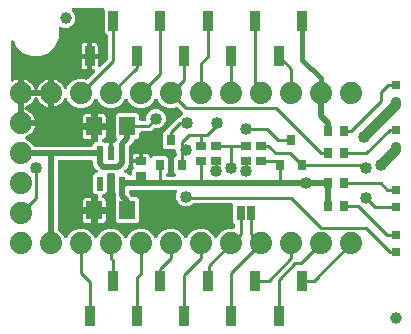
<source format=gbr>
G04 EAGLE Gerber RS-274X export*
G75*
%MOMM*%
%FSLAX34Y34*%
%LPD*%
%INTop Copper*%
%IPPOS*%
%AMOC8*
5,1,8,0,0,1.08239X$1,22.5*%
G01*
%ADD10R,0.700000X0.900000*%
%ADD11R,0.800000X0.800000*%
%ADD12C,1.000000*%
%ADD13R,0.850000X1.700000*%
%ADD14R,0.550000X1.200000*%
%ADD15R,1.400000X1.600000*%
%ADD16R,0.900000X0.700000*%
%ADD17C,1.879600*%
%ADD18R,0.635000X1.270000*%
%ADD19R,0.800000X0.900000*%
%ADD20C,1.016000*%
%ADD21C,0.812800*%
%ADD22C,0.254000*%
%ADD23C,0.508000*%
%ADD24C,0.406400*%

G36*
X142622Y132600D02*
X142622Y132600D01*
X142722Y132602D01*
X142795Y132620D01*
X142868Y132629D01*
X142963Y132662D01*
X143060Y132687D01*
X143127Y132721D01*
X143197Y132746D01*
X143281Y132801D01*
X143370Y132847D01*
X143427Y132895D01*
X143489Y132935D01*
X143559Y133007D01*
X143636Y133072D01*
X143680Y133132D01*
X143732Y133186D01*
X143783Y133272D01*
X143843Y133353D01*
X143872Y133421D01*
X143910Y133485D01*
X143941Y133581D01*
X143981Y133673D01*
X143994Y133746D01*
X144017Y133817D01*
X144025Y133917D01*
X144042Y134016D01*
X144039Y134090D01*
X144045Y134164D01*
X144030Y134264D01*
X144025Y134364D01*
X144004Y134435D01*
X143993Y134509D01*
X143956Y134602D01*
X143928Y134699D01*
X143892Y134764D01*
X143864Y134833D01*
X143807Y134915D01*
X143758Y135003D01*
X143693Y135079D01*
X143665Y135119D01*
X143639Y135143D01*
X143599Y135189D01*
X142151Y136637D01*
X142151Y148163D01*
X144208Y150219D01*
X144325Y150295D01*
X144343Y150314D01*
X144365Y150329D01*
X144464Y150439D01*
X144567Y150546D01*
X144581Y150568D01*
X144598Y150588D01*
X144670Y150718D01*
X144746Y150845D01*
X144754Y150870D01*
X144767Y150893D01*
X144807Y151036D01*
X144852Y151177D01*
X144854Y151203D01*
X144862Y151228D01*
X144881Y151472D01*
X144881Y151547D01*
X144881Y151549D01*
X144881Y151552D01*
X144862Y151717D01*
X144841Y151894D01*
X144841Y151896D01*
X144840Y151898D01*
X144765Y152130D01*
X144271Y153323D01*
X144271Y154328D01*
X144268Y154354D01*
X144270Y154380D01*
X144248Y154527D01*
X144231Y154674D01*
X144223Y154699D01*
X144219Y154725D01*
X144164Y154863D01*
X144114Y155002D01*
X144100Y155024D01*
X144090Y155049D01*
X144005Y155170D01*
X143925Y155295D01*
X143906Y155313D01*
X143891Y155335D01*
X143781Y155434D01*
X143674Y155537D01*
X143652Y155551D01*
X143632Y155568D01*
X143502Y155640D01*
X143375Y155716D01*
X143350Y155724D01*
X143327Y155737D01*
X143184Y155777D01*
X143043Y155822D01*
X143017Y155824D01*
X142992Y155832D01*
X142748Y155851D01*
X134437Y155851D01*
X132651Y157637D01*
X132651Y169163D01*
X134708Y171219D01*
X134825Y171295D01*
X134843Y171314D01*
X134865Y171329D01*
X134964Y171439D01*
X135067Y171546D01*
X135081Y171568D01*
X135098Y171588D01*
X135170Y171718D01*
X135230Y171817D01*
X145531Y182119D01*
X145862Y182119D01*
X145988Y182133D01*
X146114Y182140D01*
X146160Y182153D01*
X146208Y182159D01*
X146327Y182201D01*
X146449Y182236D01*
X146491Y182260D01*
X146536Y182276D01*
X146643Y182345D01*
X146753Y182406D01*
X146799Y182446D01*
X146829Y182465D01*
X146863Y182500D01*
X146939Y182565D01*
X149065Y184691D01*
X149106Y184708D01*
X149237Y184781D01*
X149371Y184850D01*
X149389Y184866D01*
X149410Y184877D01*
X149522Y184978D01*
X149636Y185076D01*
X149651Y185095D01*
X149669Y185111D01*
X149754Y185235D01*
X149844Y185356D01*
X149853Y185378D01*
X149867Y185398D01*
X149922Y185538D01*
X149982Y185676D01*
X149986Y185700D01*
X149995Y185722D01*
X150017Y185871D01*
X150043Y186019D01*
X150042Y186043D01*
X150045Y186067D01*
X150033Y186217D01*
X150025Y186367D01*
X150019Y186390D01*
X150017Y186414D01*
X149970Y186557D01*
X149929Y186702D01*
X149917Y186723D01*
X149910Y186746D01*
X149832Y186875D01*
X149759Y187006D01*
X149740Y187028D01*
X149730Y187045D01*
X149697Y187078D01*
X149600Y187192D01*
X145627Y191165D01*
X145567Y191213D01*
X145514Y191267D01*
X145431Y191321D01*
X145354Y191382D01*
X145285Y191414D01*
X145221Y191456D01*
X145128Y191489D01*
X145039Y191531D01*
X144965Y191547D01*
X144892Y191572D01*
X144794Y191583D01*
X144698Y191604D01*
X144622Y191603D01*
X144546Y191611D01*
X144448Y191600D01*
X144350Y191598D01*
X144276Y191579D01*
X144200Y191570D01*
X144058Y191525D01*
X144012Y191513D01*
X143995Y191504D01*
X143967Y191495D01*
X142176Y190753D01*
X137224Y190753D01*
X132649Y192648D01*
X129148Y196149D01*
X128407Y197938D01*
X128359Y198026D01*
X128318Y198118D01*
X128274Y198178D01*
X128238Y198243D01*
X128171Y198317D01*
X128111Y198398D01*
X128054Y198446D01*
X128004Y198501D01*
X127921Y198558D01*
X127845Y198623D01*
X127778Y198657D01*
X127717Y198699D01*
X127624Y198736D01*
X127534Y198782D01*
X127462Y198800D01*
X127393Y198827D01*
X127294Y198842D01*
X127196Y198866D01*
X127122Y198867D01*
X127048Y198878D01*
X126948Y198869D01*
X126848Y198871D01*
X126775Y198855D01*
X126701Y198849D01*
X126605Y198818D01*
X126507Y198797D01*
X126440Y198765D01*
X126369Y198742D01*
X126283Y198690D01*
X126192Y198647D01*
X126134Y198600D01*
X126071Y198562D01*
X125999Y198492D01*
X125920Y198429D01*
X125874Y198371D01*
X125821Y198319D01*
X125766Y198235D01*
X125704Y198156D01*
X125658Y198066D01*
X125632Y198026D01*
X125620Y197992D01*
X125593Y197938D01*
X124852Y196149D01*
X121351Y192648D01*
X116776Y190753D01*
X111824Y190753D01*
X107249Y192648D01*
X103748Y196149D01*
X103007Y197938D01*
X102959Y198026D01*
X102918Y198118D01*
X102874Y198178D01*
X102838Y198243D01*
X102771Y198317D01*
X102711Y198398D01*
X102654Y198446D01*
X102604Y198501D01*
X102521Y198558D01*
X102445Y198623D01*
X102378Y198657D01*
X102317Y198699D01*
X102224Y198736D01*
X102134Y198782D01*
X102062Y198800D01*
X101993Y198827D01*
X101894Y198842D01*
X101796Y198866D01*
X101722Y198867D01*
X101648Y198878D01*
X101548Y198869D01*
X101448Y198871D01*
X101375Y198855D01*
X101301Y198849D01*
X101205Y198818D01*
X101107Y198797D01*
X101040Y198765D01*
X100969Y198742D01*
X100883Y198690D01*
X100792Y198647D01*
X100734Y198600D01*
X100671Y198562D01*
X100599Y198492D01*
X100520Y198429D01*
X100474Y198371D01*
X100421Y198319D01*
X100366Y198235D01*
X100304Y198156D01*
X100258Y198066D01*
X100232Y198026D01*
X100220Y197992D01*
X100193Y197938D01*
X99452Y196149D01*
X95951Y192648D01*
X91376Y190753D01*
X86424Y190753D01*
X81849Y192648D01*
X78348Y196149D01*
X77607Y197938D01*
X77559Y198026D01*
X77518Y198118D01*
X77474Y198178D01*
X77438Y198243D01*
X77371Y198317D01*
X77311Y198398D01*
X77254Y198446D01*
X77204Y198501D01*
X77121Y198558D01*
X77045Y198623D01*
X76978Y198657D01*
X76917Y198699D01*
X76824Y198736D01*
X76734Y198782D01*
X76662Y198800D01*
X76593Y198827D01*
X76494Y198842D01*
X76396Y198866D01*
X76322Y198867D01*
X76248Y198878D01*
X76148Y198869D01*
X76048Y198871D01*
X75975Y198855D01*
X75901Y198849D01*
X75805Y198818D01*
X75707Y198797D01*
X75640Y198765D01*
X75569Y198742D01*
X75483Y198690D01*
X75392Y198647D01*
X75334Y198600D01*
X75271Y198562D01*
X75199Y198492D01*
X75120Y198429D01*
X75074Y198371D01*
X75021Y198319D01*
X74966Y198235D01*
X74904Y198156D01*
X74858Y198066D01*
X74832Y198026D01*
X74820Y197992D01*
X74793Y197938D01*
X74052Y196149D01*
X70551Y192648D01*
X65976Y190753D01*
X61024Y190753D01*
X56449Y192648D01*
X52948Y196149D01*
X51952Y198554D01*
X51932Y198590D01*
X51919Y198629D01*
X51848Y198742D01*
X51783Y198859D01*
X51755Y198889D01*
X51734Y198924D01*
X51639Y199018D01*
X51549Y199117D01*
X51515Y199140D01*
X51486Y199169D01*
X51372Y199239D01*
X51262Y199315D01*
X51224Y199330D01*
X51189Y199352D01*
X51062Y199394D01*
X50938Y199443D01*
X50897Y199449D01*
X50859Y199462D01*
X50725Y199475D01*
X50593Y199494D01*
X50552Y199491D01*
X50512Y199494D01*
X50379Y199476D01*
X50246Y199465D01*
X50207Y199453D01*
X50166Y199447D01*
X50042Y199399D01*
X49914Y199358D01*
X49879Y199337D01*
X49841Y199323D01*
X49730Y199248D01*
X49615Y199178D01*
X49586Y199150D01*
X49552Y199127D01*
X49462Y199029D01*
X49365Y198936D01*
X49343Y198901D01*
X49316Y198871D01*
X49187Y198663D01*
X48311Y196943D01*
X47206Y195422D01*
X45878Y194094D01*
X44357Y192989D01*
X42683Y192136D01*
X40896Y191555D01*
X40639Y191515D01*
X40639Y202184D01*
X40636Y202210D01*
X40638Y202236D01*
X40616Y202383D01*
X40599Y202530D01*
X40591Y202555D01*
X40587Y202581D01*
X40532Y202718D01*
X40482Y202858D01*
X40468Y202880D01*
X40458Y202905D01*
X40373Y203026D01*
X40293Y203151D01*
X40274Y203169D01*
X40259Y203191D01*
X40243Y203205D01*
X40325Y203290D01*
X40339Y203313D01*
X40356Y203332D01*
X40428Y203462D01*
X40504Y203589D01*
X40512Y203614D01*
X40525Y203637D01*
X40565Y203780D01*
X40610Y203921D01*
X40612Y203947D01*
X40620Y203972D01*
X40639Y204216D01*
X40639Y214885D01*
X40896Y214845D01*
X42683Y214264D01*
X44357Y213411D01*
X45878Y212306D01*
X47206Y210978D01*
X48311Y209457D01*
X49187Y207737D01*
X49210Y207703D01*
X49226Y207666D01*
X49306Y207558D01*
X49380Y207447D01*
X49410Y207419D01*
X49434Y207386D01*
X49536Y207299D01*
X49634Y207208D01*
X49669Y207187D01*
X49700Y207161D01*
X49819Y207100D01*
X49935Y207032D01*
X49974Y207021D01*
X50010Y207002D01*
X50140Y206970D01*
X50268Y206930D01*
X50309Y206928D01*
X50349Y206918D01*
X50483Y206916D01*
X50616Y206907D01*
X50656Y206913D01*
X50697Y206913D01*
X50828Y206941D01*
X50960Y206963D01*
X50998Y206978D01*
X51038Y206987D01*
X51158Y207044D01*
X51282Y207096D01*
X51316Y207119D01*
X51352Y207137D01*
X51457Y207220D01*
X51566Y207298D01*
X51593Y207329D01*
X51625Y207354D01*
X51707Y207459D01*
X51796Y207560D01*
X51815Y207596D01*
X51841Y207628D01*
X51952Y207846D01*
X52948Y210251D01*
X56449Y213752D01*
X61024Y215647D01*
X65976Y215647D01*
X67767Y214905D01*
X67841Y214884D01*
X67911Y214853D01*
X68008Y214836D01*
X68102Y214809D01*
X68179Y214805D01*
X68254Y214792D01*
X68352Y214797D01*
X68450Y214792D01*
X68526Y214806D01*
X68602Y214810D01*
X68696Y214837D01*
X68793Y214855D01*
X68863Y214885D01*
X68937Y214906D01*
X69023Y214954D01*
X69113Y214993D01*
X69174Y215039D01*
X69241Y215076D01*
X69355Y215173D01*
X69393Y215201D01*
X69405Y215216D01*
X69427Y215235D01*
X75251Y221059D01*
X75314Y221137D01*
X75384Y221210D01*
X75422Y221274D01*
X75468Y221332D01*
X75511Y221423D01*
X75562Y221509D01*
X75585Y221580D01*
X75617Y221647D01*
X75638Y221745D01*
X75669Y221841D01*
X75675Y221915D01*
X75690Y221988D01*
X75689Y222088D01*
X75697Y222188D01*
X75686Y222262D01*
X75684Y222336D01*
X75660Y222433D01*
X75645Y222533D01*
X75617Y222602D01*
X75599Y222674D01*
X75553Y222764D01*
X75516Y222857D01*
X75474Y222918D01*
X75440Y222984D01*
X75374Y223061D01*
X75317Y223143D01*
X75262Y223193D01*
X75214Y223249D01*
X75133Y223309D01*
X75058Y223376D01*
X74993Y223412D01*
X74934Y223457D01*
X74841Y223496D01*
X74753Y223545D01*
X74682Y223565D01*
X74614Y223595D01*
X74515Y223612D01*
X74418Y223640D01*
X74318Y223648D01*
X74270Y223656D01*
X74235Y223654D01*
X74174Y223659D01*
X72924Y223659D01*
X72924Y232576D01*
X77591Y232576D01*
X77591Y227076D01*
X77602Y226976D01*
X77604Y226876D01*
X77622Y226803D01*
X77631Y226730D01*
X77664Y226635D01*
X77689Y226538D01*
X77723Y226471D01*
X77748Y226401D01*
X77803Y226317D01*
X77849Y226228D01*
X77897Y226171D01*
X77937Y226109D01*
X78009Y226039D01*
X78074Y225962D01*
X78134Y225918D01*
X78188Y225866D01*
X78274Y225815D01*
X78355Y225755D01*
X78423Y225726D01*
X78487Y225688D01*
X78583Y225657D01*
X78675Y225617D01*
X78748Y225604D01*
X78819Y225581D01*
X78919Y225573D01*
X79018Y225556D01*
X79092Y225559D01*
X79166Y225553D01*
X79266Y225568D01*
X79366Y225573D01*
X79437Y225594D01*
X79511Y225605D01*
X79604Y225642D01*
X79701Y225670D01*
X79766Y225706D01*
X79835Y225734D01*
X79917Y225791D01*
X80005Y225840D01*
X80081Y225905D01*
X80121Y225933D01*
X80145Y225959D01*
X80191Y225999D01*
X86035Y231843D01*
X86114Y231942D01*
X86198Y232036D01*
X86222Y232078D01*
X86252Y232116D01*
X86306Y232230D01*
X86367Y232341D01*
X86380Y232387D01*
X86401Y232431D01*
X86427Y232554D01*
X86462Y232676D01*
X86467Y232737D01*
X86474Y232772D01*
X86473Y232820D01*
X86481Y232920D01*
X86481Y251628D01*
X86478Y251654D01*
X86480Y251680D01*
X86458Y251827D01*
X86441Y251974D01*
X86433Y251999D01*
X86429Y252025D01*
X86374Y252163D01*
X86324Y252302D01*
X86310Y252324D01*
X86300Y252349D01*
X86215Y252470D01*
X86135Y252595D01*
X86116Y252613D01*
X86101Y252635D01*
X85991Y252734D01*
X85884Y252837D01*
X85862Y252851D01*
X85842Y252868D01*
X85712Y252940D01*
X85585Y253016D01*
X85560Y253024D01*
X85537Y253037D01*
X85394Y253077D01*
X85346Y253093D01*
X83501Y254937D01*
X83501Y273812D01*
X83498Y273838D01*
X83500Y273864D01*
X83478Y274011D01*
X83461Y274158D01*
X83453Y274183D01*
X83449Y274209D01*
X83394Y274347D01*
X83344Y274486D01*
X83330Y274508D01*
X83320Y274533D01*
X83235Y274654D01*
X83155Y274779D01*
X83136Y274797D01*
X83121Y274819D01*
X83011Y274918D01*
X82904Y275021D01*
X82882Y275035D01*
X82862Y275052D01*
X82732Y275124D01*
X82605Y275200D01*
X82580Y275208D01*
X82557Y275221D01*
X82414Y275261D01*
X82273Y275306D01*
X82247Y275308D01*
X82222Y275316D01*
X81978Y275335D01*
X57225Y275335D01*
X57125Y275324D01*
X57025Y275322D01*
X56952Y275304D01*
X56879Y275295D01*
X56784Y275262D01*
X56687Y275237D01*
X56620Y275203D01*
X56550Y275178D01*
X56466Y275123D01*
X56377Y275077D01*
X56320Y275029D01*
X56258Y274989D01*
X56188Y274917D01*
X56111Y274852D01*
X56067Y274792D01*
X56015Y274738D01*
X55964Y274652D01*
X55904Y274571D01*
X55875Y274503D01*
X55837Y274439D01*
X55806Y274343D01*
X55766Y274251D01*
X55753Y274178D01*
X55730Y274107D01*
X55722Y274007D01*
X55705Y273908D01*
X55708Y273834D01*
X55702Y273760D01*
X55717Y273660D01*
X55723Y273560D01*
X55743Y273489D01*
X55754Y273415D01*
X55791Y273322D01*
X55819Y273225D01*
X55855Y273160D01*
X55883Y273091D01*
X55940Y273009D01*
X55989Y272921D01*
X56054Y272845D01*
X56082Y272805D01*
X56108Y272781D01*
X56148Y272735D01*
X57623Y271259D01*
X58849Y268301D01*
X58849Y265099D01*
X57623Y262141D01*
X55359Y259877D01*
X52401Y258651D01*
X49199Y258651D01*
X47065Y259535D01*
X46920Y259577D01*
X46777Y259622D01*
X46753Y259624D01*
X46730Y259631D01*
X46579Y259638D01*
X46430Y259650D01*
X46406Y259647D01*
X46382Y259648D01*
X46234Y259621D01*
X46085Y259599D01*
X46063Y259590D01*
X46039Y259585D01*
X45901Y259525D01*
X45761Y259470D01*
X45741Y259456D01*
X45719Y259446D01*
X45598Y259357D01*
X45475Y259271D01*
X45459Y259253D01*
X45439Y259239D01*
X45342Y259124D01*
X45242Y259012D01*
X45230Y258991D01*
X45214Y258973D01*
X45146Y258839D01*
X45073Y258707D01*
X45067Y258684D01*
X45056Y258662D01*
X45019Y258517D01*
X44978Y258372D01*
X44976Y258343D01*
X44971Y258324D01*
X44971Y258277D01*
X44959Y258128D01*
X44959Y250110D01*
X41981Y242921D01*
X36479Y237419D01*
X29290Y234441D01*
X21510Y234441D01*
X14321Y237419D01*
X8819Y242921D01*
X6995Y247324D01*
X6971Y247368D01*
X6954Y247415D01*
X6886Y247519D01*
X6826Y247628D01*
X6792Y247665D01*
X6765Y247708D01*
X6675Y247794D01*
X6592Y247886D01*
X6550Y247915D01*
X6514Y247950D01*
X6407Y248014D01*
X6305Y248084D01*
X6258Y248103D01*
X6215Y248129D01*
X6097Y248167D01*
X5981Y248212D01*
X5931Y248220D01*
X5883Y248235D01*
X5759Y248245D01*
X5636Y248263D01*
X5586Y248259D01*
X5536Y248263D01*
X5413Y248245D01*
X5289Y248234D01*
X5241Y248219D01*
X5191Y248211D01*
X5076Y248165D01*
X4957Y248127D01*
X4914Y248101D01*
X4867Y248083D01*
X4765Y248012D01*
X4659Y247947D01*
X4622Y247912D01*
X4581Y247884D01*
X4498Y247791D01*
X4409Y247705D01*
X4381Y247662D01*
X4348Y247625D01*
X4288Y247516D01*
X4220Y247411D01*
X4203Y247364D01*
X4179Y247320D01*
X4145Y247200D01*
X4104Y247083D01*
X4098Y247033D01*
X4084Y246984D01*
X4065Y246741D01*
X4065Y214673D01*
X4083Y214518D01*
X4096Y214363D01*
X4102Y214345D01*
X4105Y214327D01*
X4157Y214180D01*
X4206Y214033D01*
X4216Y214016D01*
X4222Y213998D01*
X4307Y213868D01*
X4388Y213735D01*
X4401Y213722D01*
X4411Y213706D01*
X4523Y213597D01*
X4632Y213487D01*
X4648Y213477D01*
X4662Y213463D01*
X4795Y213384D01*
X4927Y213301D01*
X4945Y213294D01*
X4961Y213285D01*
X5109Y213237D01*
X5256Y213186D01*
X5275Y213184D01*
X5293Y213178D01*
X5447Y213166D01*
X5602Y213150D01*
X5621Y213152D01*
X5640Y213150D01*
X5794Y213173D01*
X5948Y213193D01*
X5966Y213199D01*
X5985Y213202D01*
X6130Y213260D01*
X6275Y213313D01*
X6295Y213325D01*
X6309Y213331D01*
X6344Y213356D01*
X6396Y213387D01*
X8117Y214264D01*
X9904Y214845D01*
X10161Y214885D01*
X10161Y204216D01*
X10164Y204190D01*
X10162Y204164D01*
X10184Y204017D01*
X10201Y203870D01*
X10209Y203845D01*
X10213Y203819D01*
X10268Y203682D01*
X10318Y203542D01*
X10332Y203520D01*
X10342Y203495D01*
X10427Y203374D01*
X10507Y203249D01*
X10526Y203231D01*
X10541Y203209D01*
X10557Y203195D01*
X10475Y203110D01*
X10461Y203087D01*
X10444Y203068D01*
X10372Y202938D01*
X10296Y202811D01*
X10288Y202786D01*
X10275Y202763D01*
X10235Y202620D01*
X10190Y202479D01*
X10187Y202453D01*
X10180Y202428D01*
X10161Y202184D01*
X10161Y178816D01*
X10164Y178790D01*
X10162Y178764D01*
X10184Y178617D01*
X10201Y178470D01*
X10209Y178445D01*
X10213Y178419D01*
X10268Y178282D01*
X10318Y178142D01*
X10332Y178120D01*
X10342Y178095D01*
X10427Y177974D01*
X10507Y177849D01*
X10526Y177831D01*
X10541Y177809D01*
X10651Y177710D01*
X10758Y177607D01*
X10780Y177593D01*
X10800Y177576D01*
X10930Y177504D01*
X11057Y177428D01*
X11082Y177420D01*
X11105Y177407D01*
X11248Y177367D01*
X11389Y177322D01*
X11415Y177320D01*
X11440Y177313D01*
X11684Y177293D01*
X12193Y177293D01*
X12193Y176784D01*
X12196Y176758D01*
X12194Y176732D01*
X12216Y176585D01*
X12233Y176438D01*
X12242Y176413D01*
X12246Y176387D01*
X12300Y176249D01*
X12350Y176110D01*
X12365Y176088D01*
X12374Y176063D01*
X12459Y175942D01*
X12539Y175817D01*
X12558Y175799D01*
X12573Y175777D01*
X12683Y175678D01*
X12790Y175575D01*
X12813Y175561D01*
X12832Y175544D01*
X12962Y175472D01*
X13089Y175396D01*
X13114Y175388D01*
X13137Y175375D01*
X13280Y175335D01*
X13421Y175290D01*
X13447Y175287D01*
X13472Y175280D01*
X13716Y175261D01*
X24385Y175261D01*
X24345Y175004D01*
X23764Y173217D01*
X22911Y171543D01*
X21806Y170022D01*
X20478Y168694D01*
X18957Y167589D01*
X17237Y166713D01*
X17203Y166690D01*
X17166Y166674D01*
X17058Y166594D01*
X16947Y166520D01*
X16919Y166490D01*
X16886Y166466D01*
X16799Y166364D01*
X16708Y166266D01*
X16687Y166231D01*
X16661Y166200D01*
X16600Y166081D01*
X16532Y165965D01*
X16521Y165926D01*
X16502Y165890D01*
X16470Y165760D01*
X16430Y165632D01*
X16428Y165591D01*
X16418Y165551D01*
X16416Y165417D01*
X16407Y165284D01*
X16413Y165244D01*
X16413Y165203D01*
X16441Y165072D01*
X16463Y164940D01*
X16478Y164902D01*
X16487Y164862D01*
X16544Y164742D01*
X16596Y164618D01*
X16619Y164584D01*
X16637Y164548D01*
X16720Y164443D01*
X16798Y164334D01*
X16829Y164307D01*
X16854Y164275D01*
X16959Y164193D01*
X17060Y164104D01*
X17096Y164085D01*
X17128Y164059D01*
X17346Y163948D01*
X19751Y162952D01*
X23252Y159451D01*
X23468Y158929D01*
X23505Y158862D01*
X23533Y158791D01*
X23589Y158710D01*
X23637Y158624D01*
X23689Y158568D01*
X23732Y158505D01*
X23805Y158439D01*
X23871Y158366D01*
X23934Y158323D01*
X23991Y158272D01*
X24077Y158224D01*
X24158Y158168D01*
X24229Y158140D01*
X24296Y158103D01*
X24391Y158076D01*
X24482Y158040D01*
X24558Y158029D01*
X24631Y158008D01*
X24780Y157996D01*
X24827Y157989D01*
X24846Y157991D01*
X24875Y157989D01*
X72078Y157989D01*
X72104Y157992D01*
X72130Y157990D01*
X72277Y158012D01*
X72424Y158029D01*
X72449Y158037D01*
X72475Y158041D01*
X72613Y158096D01*
X72752Y158146D01*
X72774Y158160D01*
X72799Y158170D01*
X72920Y158255D01*
X73045Y158335D01*
X73063Y158354D01*
X73085Y158369D01*
X73184Y158479D01*
X73287Y158586D01*
X73301Y158608D01*
X73318Y158628D01*
X73390Y158758D01*
X73466Y158885D01*
X73474Y158910D01*
X73487Y158933D01*
X73527Y159076D01*
X73572Y159217D01*
X73574Y159243D01*
X73582Y159268D01*
X73601Y159512D01*
X73601Y159964D01*
X75387Y161750D01*
X76424Y161750D01*
X76450Y161753D01*
X76476Y161751D01*
X76623Y161773D01*
X76770Y161790D01*
X76795Y161798D01*
X76821Y161802D01*
X76959Y161857D01*
X77098Y161907D01*
X77120Y161921D01*
X77145Y161931D01*
X77266Y162016D01*
X77391Y162096D01*
X77409Y162115D01*
X77431Y162130D01*
X77530Y162240D01*
X77633Y162347D01*
X77647Y162369D01*
X77664Y162389D01*
X77736Y162519D01*
X77812Y162646D01*
X77820Y162671D01*
X77833Y162694D01*
X77873Y162837D01*
X77918Y162978D01*
X77920Y163004D01*
X77928Y163029D01*
X77947Y163273D01*
X77947Y172213D01*
X84441Y172213D01*
X84441Y166925D01*
X84268Y166279D01*
X83933Y165700D01*
X83460Y165227D01*
X82881Y164892D01*
X82328Y164744D01*
X82189Y164689D01*
X82048Y164639D01*
X82027Y164625D01*
X82004Y164616D01*
X81881Y164531D01*
X81755Y164450D01*
X81738Y164432D01*
X81717Y164418D01*
X81617Y164307D01*
X81513Y164199D01*
X81500Y164178D01*
X81483Y164159D01*
X81411Y164029D01*
X81334Y163900D01*
X81326Y163876D01*
X81314Y163855D01*
X81273Y163711D01*
X81228Y163568D01*
X81226Y163543D01*
X81219Y163520D01*
X81212Y163369D01*
X81200Y163221D01*
X81204Y163196D01*
X81202Y163171D01*
X81229Y163024D01*
X81252Y162876D01*
X81261Y162853D01*
X81265Y162829D01*
X81325Y162691D01*
X81380Y162552D01*
X81394Y162532D01*
X81404Y162509D01*
X81494Y162389D01*
X81579Y162266D01*
X81598Y162249D01*
X81612Y162230D01*
X81727Y162133D01*
X81838Y162033D01*
X81860Y162021D01*
X81879Y162005D01*
X82012Y161936D01*
X82143Y161864D01*
X82167Y161857D01*
X82189Y161846D01*
X82334Y161810D01*
X82478Y161769D01*
X82508Y161767D01*
X82527Y161762D01*
X82575Y161762D01*
X82722Y161750D01*
X83413Y161750D01*
X83699Y161463D01*
X83817Y161369D01*
X83933Y161272D01*
X83954Y161261D01*
X83972Y161247D01*
X84109Y161182D01*
X84243Y161113D01*
X84266Y161108D01*
X84287Y161098D01*
X84435Y161066D01*
X84582Y161030D01*
X84605Y161029D01*
X84628Y161024D01*
X84779Y161027D01*
X84930Y161025D01*
X84958Y161030D01*
X84977Y161030D01*
X85022Y161042D01*
X85171Y161069D01*
X85816Y161242D01*
X87377Y161242D01*
X87377Y152701D01*
X87380Y152675D01*
X87377Y152649D01*
X87399Y152502D01*
X87416Y152355D01*
X87425Y152330D01*
X87429Y152304D01*
X87484Y152166D01*
X87534Y152027D01*
X87548Y152005D01*
X87558Y151981D01*
X87642Y151859D01*
X87723Y151734D01*
X87742Y151716D01*
X87757Y151694D01*
X87867Y151595D01*
X87974Y151492D01*
X87996Y151479D01*
X88016Y151461D01*
X88146Y151389D01*
X88273Y151313D01*
X88298Y151305D01*
X88321Y151292D01*
X88464Y151252D01*
X88605Y151207D01*
X88631Y151205D01*
X88656Y151198D01*
X88900Y151178D01*
X88926Y151181D01*
X88952Y151179D01*
X89099Y151201D01*
X89246Y151218D01*
X89271Y151227D01*
X89297Y151231D01*
X89435Y151285D01*
X89574Y151335D01*
X89597Y151350D01*
X89621Y151359D01*
X89742Y151444D01*
X89867Y151524D01*
X89886Y151543D01*
X89907Y151558D01*
X90006Y151668D01*
X90109Y151775D01*
X90123Y151798D01*
X90140Y151817D01*
X90212Y151947D01*
X90288Y152074D01*
X90296Y152099D01*
X90309Y152122D01*
X90349Y152265D01*
X90395Y152406D01*
X90397Y152432D01*
X90404Y152458D01*
X90423Y152701D01*
X90423Y161242D01*
X91586Y161242D01*
X91662Y161250D01*
X91739Y161249D01*
X91835Y161270D01*
X91933Y161282D01*
X92005Y161307D01*
X92079Y161324D01*
X92168Y161366D01*
X92261Y161399D01*
X92325Y161441D01*
X92394Y161473D01*
X92471Y161535D01*
X92554Y161588D01*
X92607Y161643D01*
X92666Y161691D01*
X92727Y161768D01*
X92796Y161839D01*
X92835Y161904D01*
X92882Y161964D01*
X92950Y162097D01*
X92975Y162138D01*
X92977Y162146D01*
X92980Y162150D01*
X92983Y162162D01*
X92994Y162182D01*
X93680Y163839D01*
X93701Y163912D01*
X93731Y163982D01*
X93749Y164079D01*
X93776Y164174D01*
X93779Y164250D01*
X93793Y164325D01*
X93788Y164424D01*
X93793Y164522D01*
X93779Y164597D01*
X93775Y164673D01*
X93748Y164768D01*
X93730Y164865D01*
X93699Y164935D01*
X93678Y165008D01*
X93630Y165094D01*
X93591Y165184D01*
X93546Y165246D01*
X93508Y165312D01*
X93411Y165426D01*
X93383Y165464D01*
X93369Y165476D01*
X93350Y165499D01*
X92851Y165997D01*
X92851Y184523D01*
X94637Y186309D01*
X111163Y186309D01*
X112949Y184523D01*
X112949Y181102D01*
X112952Y181076D01*
X112950Y181050D01*
X112972Y180903D01*
X112989Y180756D01*
X112997Y180731D01*
X113001Y180705D01*
X113056Y180567D01*
X113106Y180428D01*
X113120Y180406D01*
X113130Y180381D01*
X113215Y180260D01*
X113295Y180135D01*
X113314Y180117D01*
X113329Y180095D01*
X113439Y179996D01*
X113546Y179893D01*
X113568Y179879D01*
X113588Y179862D01*
X113718Y179790D01*
X113845Y179714D01*
X113870Y179706D01*
X113893Y179693D01*
X114036Y179653D01*
X114177Y179608D01*
X114203Y179606D01*
X114228Y179598D01*
X114472Y179579D01*
X117348Y179579D01*
X117374Y179582D01*
X117400Y179580D01*
X117547Y179602D01*
X117694Y179619D01*
X117719Y179627D01*
X117745Y179631D01*
X117883Y179686D01*
X118022Y179736D01*
X118044Y179750D01*
X118069Y179760D01*
X118190Y179845D01*
X118315Y179925D01*
X118333Y179944D01*
X118355Y179959D01*
X118454Y180069D01*
X118557Y180176D01*
X118571Y180198D01*
X118588Y180218D01*
X118660Y180348D01*
X118736Y180475D01*
X118744Y180500D01*
X118757Y180523D01*
X118797Y180666D01*
X118842Y180807D01*
X118844Y180833D01*
X118852Y180858D01*
X118871Y181102D01*
X118871Y183227D01*
X120109Y186215D01*
X122395Y188501D01*
X125383Y189739D01*
X128617Y189739D01*
X131605Y188501D01*
X133891Y186215D01*
X135129Y183227D01*
X135129Y179993D01*
X133891Y177005D01*
X131605Y174719D01*
X128617Y173481D01*
X125610Y173481D01*
X125484Y173467D01*
X125358Y173460D01*
X125312Y173447D01*
X125264Y173441D01*
X125145Y173399D01*
X125023Y173364D01*
X124981Y173340D01*
X124936Y173324D01*
X124829Y173255D01*
X124719Y173194D01*
X124673Y173154D01*
X124643Y173135D01*
X124609Y173100D01*
X124533Y173035D01*
X122439Y170941D01*
X114472Y170941D01*
X114446Y170938D01*
X114420Y170940D01*
X114273Y170918D01*
X114126Y170901D01*
X114101Y170893D01*
X114075Y170889D01*
X113937Y170834D01*
X113798Y170784D01*
X113776Y170770D01*
X113751Y170760D01*
X113630Y170675D01*
X113505Y170595D01*
X113487Y170576D01*
X113465Y170561D01*
X113366Y170451D01*
X113263Y170344D01*
X113249Y170322D01*
X113232Y170302D01*
X113160Y170172D01*
X113084Y170045D01*
X113076Y170020D01*
X113063Y169997D01*
X113023Y169854D01*
X112978Y169713D01*
X112976Y169687D01*
X112968Y169662D01*
X112949Y169418D01*
X112949Y165997D01*
X111163Y164211D01*
X109586Y164211D01*
X109511Y164203D01*
X109434Y164204D01*
X109338Y164183D01*
X109240Y164171D01*
X109168Y164146D01*
X109094Y164129D01*
X109005Y164087D01*
X108912Y164054D01*
X108848Y164012D01*
X108779Y163980D01*
X108702Y163918D01*
X108619Y163865D01*
X108566Y163810D01*
X108506Y163762D01*
X108446Y163685D01*
X108377Y163614D01*
X108338Y163549D01*
X108291Y163489D01*
X108222Y163356D01*
X108198Y163315D01*
X108192Y163297D01*
X108179Y163271D01*
X107638Y161964D01*
X104645Y158971D01*
X104566Y158872D01*
X104482Y158778D01*
X104458Y158736D01*
X104428Y158698D01*
X104374Y158584D01*
X104313Y158473D01*
X104300Y158427D01*
X104279Y158383D01*
X104253Y158260D01*
X104218Y158138D01*
X104213Y158077D01*
X104206Y158042D01*
X104207Y157994D01*
X104199Y157894D01*
X104199Y145360D01*
X104164Y145287D01*
X104103Y145176D01*
X104090Y145130D01*
X104069Y145086D01*
X104043Y144963D01*
X104008Y144841D01*
X104003Y144780D01*
X103996Y144745D01*
X103997Y144697D01*
X103989Y144597D01*
X103989Y143008D01*
X103138Y140954D01*
X100532Y138348D01*
X100469Y138270D01*
X100400Y138197D01*
X100361Y138133D01*
X100315Y138075D01*
X100272Y137984D01*
X100221Y137898D01*
X100198Y137827D01*
X100166Y137760D01*
X100145Y137662D01*
X100114Y137566D01*
X100108Y137492D01*
X100093Y137419D01*
X100095Y137319D01*
X100086Y137219D01*
X100098Y137145D01*
X100099Y137071D01*
X100123Y136974D01*
X100138Y136874D01*
X100166Y136805D01*
X100184Y136733D01*
X100230Y136644D01*
X100267Y136550D01*
X100309Y136489D01*
X100343Y136423D01*
X100409Y136347D01*
X100466Y136264D01*
X100521Y136214D01*
X100569Y136158D01*
X100650Y136098D01*
X100725Y136031D01*
X100790Y135995D01*
X100850Y135950D01*
X100942Y135911D01*
X101030Y135862D01*
X101101Y135842D01*
X101170Y135812D01*
X101268Y135795D01*
X101365Y135767D01*
X101465Y135759D01*
X101513Y135751D01*
X101548Y135753D01*
X101609Y135748D01*
X102413Y135748D01*
X104151Y134010D01*
X104229Y133947D01*
X104302Y133877D01*
X104366Y133839D01*
X104424Y133793D01*
X104515Y133750D01*
X104601Y133699D01*
X104672Y133676D01*
X104739Y133644D01*
X104837Y133623D01*
X104933Y133592D01*
X105007Y133586D01*
X105080Y133571D01*
X105180Y133572D01*
X105280Y133564D01*
X105354Y133575D01*
X105428Y133577D01*
X105525Y133601D01*
X105625Y133616D01*
X105694Y133644D01*
X105766Y133662D01*
X105855Y133708D01*
X105949Y133745D01*
X106010Y133787D01*
X106076Y133821D01*
X106152Y133886D01*
X106235Y133944D01*
X106285Y133999D01*
X106341Y134047D01*
X106401Y134128D01*
X106468Y134203D01*
X106504Y134268D01*
X106549Y134327D01*
X106588Y134420D01*
X106637Y134508D01*
X106657Y134579D01*
X106687Y134647D01*
X106704Y134746D01*
X106732Y134843D01*
X106740Y134943D01*
X106748Y134990D01*
X106746Y135026D01*
X106751Y135087D01*
X106751Y137963D01*
X107771Y138982D01*
X107787Y139003D01*
X107807Y139020D01*
X107895Y139139D01*
X107987Y139255D01*
X107998Y139279D01*
X108014Y139300D01*
X108073Y139436D01*
X108136Y139570D01*
X108142Y139596D01*
X108152Y139620D01*
X108178Y139766D01*
X108209Y139911D01*
X108209Y139937D01*
X108214Y139963D01*
X108206Y140111D01*
X108203Y140259D01*
X108197Y140285D01*
X108196Y140311D01*
X108155Y140454D01*
X108118Y140597D01*
X108106Y140621D01*
X108099Y140646D01*
X108027Y140776D01*
X107959Y140907D01*
X107942Y140927D01*
X107929Y140950D01*
X107771Y141136D01*
X107767Y141140D01*
X107432Y141719D01*
X107259Y142365D01*
X107259Y144451D01*
X114074Y144451D01*
X114100Y144454D01*
X114126Y144452D01*
X114273Y144474D01*
X114420Y144491D01*
X114445Y144499D01*
X114471Y144503D01*
X114608Y144558D01*
X114748Y144608D01*
X114770Y144622D01*
X114795Y144632D01*
X114916Y144717D01*
X115041Y144797D01*
X115059Y144816D01*
X115081Y144831D01*
X115180Y144941D01*
X115283Y145048D01*
X115297Y145070D01*
X115314Y145090D01*
X115351Y145157D01*
X115368Y145169D01*
X115493Y145249D01*
X115511Y145268D01*
X115533Y145283D01*
X115632Y145393D01*
X115735Y145500D01*
X115749Y145523D01*
X115766Y145542D01*
X115838Y145672D01*
X115914Y145799D01*
X115922Y145824D01*
X115935Y145847D01*
X115975Y145990D01*
X116020Y146131D01*
X116022Y146157D01*
X116030Y146182D01*
X116049Y146426D01*
X116049Y152241D01*
X119135Y152241D01*
X119781Y152068D01*
X120360Y151733D01*
X120833Y151260D01*
X121168Y150681D01*
X121341Y150035D01*
X121341Y150030D01*
X121352Y149930D01*
X121354Y149830D01*
X121372Y149757D01*
X121381Y149684D01*
X121414Y149589D01*
X121439Y149492D01*
X121473Y149425D01*
X121498Y149355D01*
X121553Y149271D01*
X121599Y149182D01*
X121647Y149125D01*
X121687Y149063D01*
X121759Y148993D01*
X121824Y148916D01*
X121884Y148872D01*
X121938Y148820D01*
X122024Y148769D01*
X122105Y148709D01*
X122173Y148680D01*
X122237Y148642D01*
X122333Y148611D01*
X122425Y148571D01*
X122498Y148558D01*
X122569Y148535D01*
X122669Y148527D01*
X122768Y148510D01*
X122842Y148513D01*
X122916Y148507D01*
X123016Y148522D01*
X123116Y148527D01*
X123187Y148548D01*
X123261Y148559D01*
X123354Y148596D01*
X123451Y148624D01*
X123516Y148660D01*
X123585Y148688D01*
X123667Y148745D01*
X123755Y148794D01*
X123831Y148859D01*
X123871Y148887D01*
X123895Y148913D01*
X123941Y148953D01*
X124937Y149949D01*
X135463Y149949D01*
X137249Y148163D01*
X137249Y136637D01*
X135801Y135189D01*
X135738Y135111D01*
X135668Y135038D01*
X135630Y134974D01*
X135584Y134916D01*
X135541Y134825D01*
X135490Y134739D01*
X135467Y134668D01*
X135435Y134601D01*
X135414Y134503D01*
X135383Y134407D01*
X135377Y134333D01*
X135362Y134260D01*
X135363Y134160D01*
X135355Y134060D01*
X135366Y133986D01*
X135368Y133912D01*
X135392Y133815D01*
X135407Y133715D01*
X135435Y133646D01*
X135453Y133574D01*
X135499Y133485D01*
X135536Y133391D01*
X135578Y133330D01*
X135612Y133264D01*
X135677Y133188D01*
X135735Y133105D01*
X135790Y133055D01*
X135838Y132999D01*
X135919Y132939D01*
X135994Y132872D01*
X136059Y132836D01*
X136118Y132791D01*
X136211Y132752D01*
X136299Y132703D01*
X136370Y132683D01*
X136438Y132653D01*
X136537Y132636D01*
X136634Y132608D01*
X136734Y132600D01*
X136781Y132592D01*
X136817Y132594D01*
X136878Y132589D01*
X142522Y132589D01*
X142622Y132600D01*
G37*
G36*
X177852Y80531D02*
X177852Y80531D01*
X177952Y80529D01*
X178025Y80545D01*
X178099Y80551D01*
X178195Y80582D01*
X178293Y80603D01*
X178360Y80635D01*
X178431Y80658D01*
X178517Y80710D01*
X178608Y80753D01*
X178666Y80800D01*
X178729Y80838D01*
X178801Y80908D01*
X178880Y80971D01*
X178926Y81029D01*
X178979Y81081D01*
X179034Y81165D01*
X179096Y81244D01*
X179142Y81334D01*
X179168Y81374D01*
X179180Y81408D01*
X179207Y81462D01*
X179948Y83251D01*
X183449Y86752D01*
X188024Y88647D01*
X192858Y88647D01*
X192884Y88650D01*
X192910Y88648D01*
X193057Y88670D01*
X193204Y88687D01*
X193229Y88695D01*
X193255Y88699D01*
X193393Y88754D01*
X193532Y88804D01*
X193554Y88818D01*
X193579Y88828D01*
X193700Y88913D01*
X193825Y88993D01*
X193843Y89012D01*
X193865Y89027D01*
X193964Y89137D01*
X194067Y89244D01*
X194081Y89266D01*
X194098Y89286D01*
X194170Y89416D01*
X194246Y89543D01*
X194254Y89568D01*
X194267Y89591D01*
X194307Y89734D01*
X194352Y89875D01*
X194354Y89901D01*
X194362Y89926D01*
X194381Y90170D01*
X194381Y91451D01*
X194367Y91577D01*
X194360Y91703D01*
X194347Y91749D01*
X194341Y91797D01*
X194299Y91916D01*
X194264Y92038D01*
X194240Y92080D01*
X194224Y92126D01*
X194155Y92232D01*
X194094Y92342D01*
X194054Y92388D01*
X194035Y92418D01*
X194000Y92452D01*
X193935Y92528D01*
X192476Y93987D01*
X192476Y108458D01*
X192473Y108484D01*
X192475Y108510D01*
X192453Y108657D01*
X192436Y108804D01*
X192428Y108829D01*
X192424Y108855D01*
X192369Y108993D01*
X192319Y109132D01*
X192305Y109154D01*
X192295Y109179D01*
X192210Y109300D01*
X192130Y109425D01*
X192111Y109443D01*
X192096Y109465D01*
X191986Y109564D01*
X191879Y109667D01*
X191857Y109681D01*
X191837Y109698D01*
X191707Y109770D01*
X191580Y109846D01*
X191555Y109854D01*
X191532Y109867D01*
X191389Y109907D01*
X191248Y109952D01*
X191222Y109954D01*
X191197Y109962D01*
X190953Y109981D01*
X158938Y109981D01*
X158812Y109967D01*
X158686Y109960D01*
X158640Y109947D01*
X158592Y109941D01*
X158473Y109899D01*
X158351Y109864D01*
X158309Y109840D01*
X158264Y109824D01*
X158157Y109755D01*
X158047Y109694D01*
X158001Y109654D01*
X157971Y109635D01*
X157937Y109600D01*
X157861Y109535D01*
X157005Y108679D01*
X154017Y107441D01*
X150783Y107441D01*
X147795Y108679D01*
X145509Y110965D01*
X144271Y113953D01*
X144271Y117187D01*
X145149Y119305D01*
X145190Y119450D01*
X145236Y119593D01*
X145238Y119617D01*
X145244Y119640D01*
X145252Y119791D01*
X145264Y119940D01*
X145260Y119964D01*
X145261Y119988D01*
X145234Y120136D01*
X145212Y120285D01*
X145203Y120307D01*
X145199Y120331D01*
X145139Y120469D01*
X145083Y120609D01*
X145069Y120629D01*
X145060Y120651D01*
X144970Y120772D01*
X144884Y120895D01*
X144866Y120911D01*
X144852Y120931D01*
X144737Y121028D01*
X144626Y121128D01*
X144604Y121140D01*
X144586Y121156D01*
X144452Y121224D01*
X144321Y121297D01*
X144297Y121303D01*
X144276Y121314D01*
X144130Y121351D01*
X143985Y121392D01*
X143956Y121394D01*
X143938Y121399D01*
X143890Y121399D01*
X143741Y121411D01*
X105722Y121411D01*
X105696Y121408D01*
X105670Y121410D01*
X105523Y121388D01*
X105376Y121371D01*
X105351Y121363D01*
X105325Y121359D01*
X105187Y121304D01*
X105048Y121254D01*
X105026Y121240D01*
X105001Y121230D01*
X104880Y121145D01*
X104755Y121065D01*
X104737Y121046D01*
X104715Y121031D01*
X104616Y120921D01*
X104513Y120814D01*
X104499Y120792D01*
X104482Y120772D01*
X104410Y120642D01*
X104334Y120515D01*
X104326Y120490D01*
X104313Y120467D01*
X104273Y120324D01*
X104228Y120183D01*
X104226Y120157D01*
X104218Y120132D01*
X104199Y119888D01*
X104199Y118966D01*
X104213Y118840D01*
X104220Y118714D01*
X104233Y118668D01*
X104239Y118620D01*
X104281Y118501D01*
X104316Y118379D01*
X104340Y118337D01*
X104356Y118292D01*
X104425Y118185D01*
X104486Y118075D01*
X104526Y118029D01*
X104545Y117999D01*
X104580Y117965D01*
X104645Y117889D01*
X105282Y117252D01*
X106899Y115635D01*
X106998Y115556D01*
X107092Y115472D01*
X107134Y115448D01*
X107172Y115418D01*
X107286Y115364D01*
X107397Y115303D01*
X107443Y115290D01*
X107487Y115269D01*
X107610Y115243D01*
X107732Y115208D01*
X107793Y115203D01*
X107828Y115196D01*
X107876Y115197D01*
X107976Y115189D01*
X111163Y115189D01*
X112949Y113403D01*
X112949Y94877D01*
X111163Y93091D01*
X94637Y93091D01*
X92851Y94877D01*
X92851Y113491D01*
X92855Y113499D01*
X92896Y113564D01*
X92929Y113656D01*
X92971Y113745D01*
X92987Y113820D01*
X93013Y113892D01*
X93024Y113990D01*
X93045Y114086D01*
X93043Y114162D01*
X93052Y114238D01*
X93040Y114336D01*
X93039Y114435D01*
X93020Y114509D01*
X93011Y114585D01*
X92965Y114727D01*
X92954Y114773D01*
X92945Y114790D01*
X92936Y114817D01*
X92811Y115118D01*
X92811Y118595D01*
X92797Y118721D01*
X92790Y118847D01*
X92777Y118893D01*
X92771Y118941D01*
X92752Y118997D01*
X92751Y119000D01*
X92745Y119014D01*
X92729Y119060D01*
X92694Y119182D01*
X92670Y119224D01*
X92654Y119270D01*
X92628Y119310D01*
X92622Y119324D01*
X92601Y119354D01*
X92601Y133858D01*
X92599Y133875D01*
X92600Y133887D01*
X92599Y133895D01*
X92600Y133910D01*
X92578Y134057D01*
X92561Y134204D01*
X92553Y134229D01*
X92549Y134255D01*
X92494Y134393D01*
X92444Y134532D01*
X92430Y134554D01*
X92420Y134579D01*
X92335Y134700D01*
X92255Y134825D01*
X92236Y134843D01*
X92221Y134865D01*
X92111Y134964D01*
X92004Y135067D01*
X91982Y135081D01*
X91962Y135098D01*
X91832Y135170D01*
X91705Y135246D01*
X91680Y135254D01*
X91657Y135267D01*
X91514Y135307D01*
X91373Y135352D01*
X91347Y135354D01*
X91322Y135362D01*
X91078Y135381D01*
X86722Y135381D01*
X86696Y135378D01*
X86670Y135380D01*
X86523Y135358D01*
X86376Y135341D01*
X86351Y135333D01*
X86325Y135329D01*
X86187Y135274D01*
X86048Y135224D01*
X86026Y135210D01*
X86001Y135200D01*
X85880Y135115D01*
X85755Y135035D01*
X85737Y135016D01*
X85715Y135001D01*
X85616Y134891D01*
X85513Y134784D01*
X85499Y134762D01*
X85482Y134742D01*
X85410Y134612D01*
X85334Y134485D01*
X85326Y134460D01*
X85313Y134437D01*
X85273Y134294D01*
X85228Y134153D01*
X85226Y134127D01*
X85218Y134102D01*
X85199Y133858D01*
X85199Y119436D01*
X83413Y117650D01*
X82722Y117650D01*
X82574Y117633D01*
X82424Y117621D01*
X82401Y117613D01*
X82376Y117610D01*
X82235Y117560D01*
X82093Y117514D01*
X82071Y117501D01*
X82048Y117493D01*
X81922Y117412D01*
X81794Y117335D01*
X81776Y117317D01*
X81755Y117304D01*
X81651Y117196D01*
X81544Y117092D01*
X81530Y117071D01*
X81513Y117053D01*
X81436Y116924D01*
X81355Y116799D01*
X81347Y116776D01*
X81334Y116754D01*
X81288Y116612D01*
X81238Y116471D01*
X81235Y116446D01*
X81228Y116422D01*
X81216Y116273D01*
X81199Y116124D01*
X81202Y116100D01*
X81200Y116075D01*
X81222Y115927D01*
X81240Y115778D01*
X81248Y115755D01*
X81252Y115730D01*
X81307Y115591D01*
X81358Y115450D01*
X81371Y115429D01*
X81380Y115406D01*
X81466Y115284D01*
X81547Y115158D01*
X81565Y115140D01*
X81579Y115120D01*
X81690Y115020D01*
X81798Y114916D01*
X81820Y114903D01*
X81838Y114887D01*
X81969Y114814D01*
X82098Y114738D01*
X82126Y114728D01*
X82143Y114718D01*
X82189Y114705D01*
X82328Y114656D01*
X82881Y114508D01*
X83460Y114173D01*
X83933Y113700D01*
X84268Y113121D01*
X84441Y112475D01*
X84441Y107187D01*
X77947Y107187D01*
X77947Y116127D01*
X77944Y116153D01*
X77946Y116179D01*
X77924Y116326D01*
X77907Y116473D01*
X77898Y116498D01*
X77895Y116524D01*
X77840Y116662D01*
X77790Y116801D01*
X77776Y116823D01*
X77766Y116848D01*
X77681Y116969D01*
X77601Y117094D01*
X77582Y117112D01*
X77567Y117134D01*
X77457Y117233D01*
X77350Y117336D01*
X77328Y117350D01*
X77308Y117367D01*
X77178Y117439D01*
X77051Y117515D01*
X77026Y117523D01*
X77003Y117536D01*
X76860Y117576D01*
X76719Y117621D01*
X76693Y117623D01*
X76668Y117631D01*
X76424Y117650D01*
X75387Y117650D01*
X73601Y119436D01*
X73601Y133962D01*
X75387Y135748D01*
X76191Y135748D01*
X76291Y135759D01*
X76391Y135761D01*
X76464Y135779D01*
X76537Y135788D01*
X76632Y135821D01*
X76729Y135846D01*
X76795Y135880D01*
X76865Y135905D01*
X76950Y135960D01*
X77039Y136006D01*
X77096Y136054D01*
X77158Y136094D01*
X77228Y136166D01*
X77305Y136231D01*
X77349Y136291D01*
X77400Y136345D01*
X77452Y136431D01*
X77512Y136512D01*
X77541Y136580D01*
X77579Y136644D01*
X77610Y136740D01*
X77650Y136832D01*
X77663Y136905D01*
X77686Y136976D01*
X77694Y137076D01*
X77711Y137175D01*
X77708Y137249D01*
X77714Y137323D01*
X77699Y137423D01*
X77693Y137523D01*
X77673Y137594D01*
X77662Y137668D01*
X77625Y137761D01*
X77597Y137858D01*
X77561Y137923D01*
X77533Y137992D01*
X77476Y138074D01*
X77427Y138162D01*
X77362Y138238D01*
X77334Y138278D01*
X77308Y138302D01*
X77268Y138348D01*
X74662Y140954D01*
X73811Y143008D01*
X73811Y144597D01*
X73797Y144723D01*
X73790Y144849D01*
X73777Y144895D01*
X73771Y144943D01*
X73729Y145062D01*
X73694Y145184D01*
X73670Y145226D01*
X73654Y145272D01*
X73598Y145359D01*
X73578Y145487D01*
X73561Y145634D01*
X73553Y145659D01*
X73549Y145685D01*
X73494Y145823D01*
X73444Y145962D01*
X73430Y145984D01*
X73420Y146009D01*
X73335Y146130D01*
X73255Y146255D01*
X73236Y146273D01*
X73221Y146295D01*
X73111Y146394D01*
X73004Y146497D01*
X72982Y146511D01*
X72962Y146528D01*
X72832Y146600D01*
X72705Y146676D01*
X72680Y146684D01*
X72657Y146697D01*
X72514Y146737D01*
X72373Y146782D01*
X72347Y146784D01*
X72322Y146792D01*
X72078Y146811D01*
X45212Y146811D01*
X45186Y146808D01*
X45160Y146810D01*
X45013Y146788D01*
X44866Y146771D01*
X44841Y146763D01*
X44815Y146759D01*
X44677Y146704D01*
X44538Y146654D01*
X44516Y146640D01*
X44491Y146630D01*
X44370Y146545D01*
X44245Y146465D01*
X44227Y146446D01*
X44205Y146431D01*
X44106Y146321D01*
X44003Y146214D01*
X43989Y146192D01*
X43972Y146172D01*
X43900Y146042D01*
X43824Y145915D01*
X43816Y145890D01*
X43803Y145867D01*
X43763Y145724D01*
X43718Y145583D01*
X43716Y145557D01*
X43708Y145532D01*
X43689Y145288D01*
X43689Y88375D01*
X43697Y88299D01*
X43696Y88223D01*
X43717Y88127D01*
X43729Y88029D01*
X43754Y87957D01*
X43771Y87882D01*
X43813Y87794D01*
X43846Y87701D01*
X43888Y87636D01*
X43920Y87568D01*
X43982Y87491D01*
X44035Y87408D01*
X44090Y87355D01*
X44138Y87295D01*
X44215Y87234D01*
X44286Y87166D01*
X44351Y87127D01*
X44411Y87079D01*
X44544Y87011D01*
X44585Y86987D01*
X44603Y86981D01*
X44629Y86968D01*
X45151Y86752D01*
X48652Y83251D01*
X49393Y81462D01*
X49442Y81374D01*
X49482Y81282D01*
X49526Y81222D01*
X49562Y81157D01*
X49629Y81083D01*
X49689Y81002D01*
X49746Y80954D01*
X49796Y80899D01*
X49879Y80842D01*
X49955Y80777D01*
X50022Y80743D01*
X50083Y80701D01*
X50176Y80664D01*
X50266Y80618D01*
X50338Y80600D01*
X50407Y80573D01*
X50506Y80558D01*
X50604Y80534D01*
X50678Y80533D01*
X50752Y80522D01*
X50852Y80531D01*
X50952Y80529D01*
X51025Y80545D01*
X51099Y80551D01*
X51195Y80582D01*
X51293Y80603D01*
X51360Y80635D01*
X51431Y80658D01*
X51517Y80710D01*
X51608Y80753D01*
X51666Y80800D01*
X51729Y80838D01*
X51801Y80908D01*
X51880Y80971D01*
X51926Y81029D01*
X51979Y81081D01*
X52034Y81165D01*
X52096Y81244D01*
X52142Y81334D01*
X52168Y81374D01*
X52180Y81408D01*
X52207Y81462D01*
X52948Y83251D01*
X56449Y86752D01*
X61024Y88647D01*
X65976Y88647D01*
X70551Y86752D01*
X74052Y83251D01*
X74793Y81462D01*
X74842Y81374D01*
X74882Y81282D01*
X74926Y81222D01*
X74962Y81157D01*
X75029Y81083D01*
X75089Y81002D01*
X75146Y80954D01*
X75196Y80899D01*
X75279Y80842D01*
X75355Y80777D01*
X75422Y80743D01*
X75483Y80701D01*
X75576Y80664D01*
X75666Y80618D01*
X75738Y80600D01*
X75807Y80573D01*
X75906Y80558D01*
X76004Y80534D01*
X76078Y80533D01*
X76152Y80522D01*
X76252Y80531D01*
X76352Y80529D01*
X76425Y80545D01*
X76499Y80551D01*
X76595Y80582D01*
X76693Y80603D01*
X76760Y80635D01*
X76831Y80658D01*
X76917Y80710D01*
X77008Y80753D01*
X77066Y80800D01*
X77129Y80838D01*
X77201Y80908D01*
X77280Y80971D01*
X77326Y81029D01*
X77379Y81081D01*
X77434Y81165D01*
X77496Y81244D01*
X77542Y81334D01*
X77568Y81374D01*
X77580Y81408D01*
X77607Y81462D01*
X78348Y83251D01*
X81849Y86752D01*
X86424Y88647D01*
X91376Y88647D01*
X95951Y86752D01*
X99452Y83251D01*
X100193Y81462D01*
X100242Y81374D01*
X100282Y81282D01*
X100326Y81222D01*
X100362Y81157D01*
X100429Y81083D01*
X100489Y81002D01*
X100546Y80954D01*
X100596Y80899D01*
X100679Y80842D01*
X100755Y80777D01*
X100822Y80743D01*
X100883Y80701D01*
X100976Y80664D01*
X101066Y80618D01*
X101138Y80600D01*
X101207Y80573D01*
X101306Y80558D01*
X101404Y80534D01*
X101478Y80533D01*
X101552Y80522D01*
X101652Y80531D01*
X101752Y80529D01*
X101825Y80545D01*
X101899Y80551D01*
X101995Y80582D01*
X102093Y80603D01*
X102160Y80635D01*
X102231Y80658D01*
X102317Y80710D01*
X102408Y80753D01*
X102466Y80800D01*
X102529Y80838D01*
X102601Y80908D01*
X102680Y80971D01*
X102726Y81029D01*
X102779Y81081D01*
X102834Y81165D01*
X102896Y81244D01*
X102942Y81334D01*
X102968Y81374D01*
X102980Y81408D01*
X103007Y81462D01*
X103748Y83251D01*
X107249Y86752D01*
X111824Y88647D01*
X116776Y88647D01*
X121351Y86752D01*
X124852Y83251D01*
X125593Y81462D01*
X125642Y81374D01*
X125682Y81282D01*
X125726Y81222D01*
X125762Y81157D01*
X125829Y81083D01*
X125889Y81002D01*
X125946Y80954D01*
X125996Y80899D01*
X126079Y80842D01*
X126155Y80777D01*
X126222Y80743D01*
X126283Y80701D01*
X126376Y80664D01*
X126466Y80618D01*
X126538Y80600D01*
X126607Y80573D01*
X126706Y80558D01*
X126804Y80534D01*
X126878Y80533D01*
X126952Y80522D01*
X127052Y80531D01*
X127152Y80529D01*
X127225Y80545D01*
X127299Y80551D01*
X127395Y80582D01*
X127493Y80603D01*
X127560Y80635D01*
X127631Y80658D01*
X127717Y80710D01*
X127808Y80753D01*
X127866Y80800D01*
X127929Y80838D01*
X128001Y80908D01*
X128080Y80971D01*
X128126Y81029D01*
X128179Y81081D01*
X128234Y81165D01*
X128296Y81244D01*
X128342Y81334D01*
X128368Y81374D01*
X128380Y81408D01*
X128407Y81462D01*
X129148Y83251D01*
X132649Y86752D01*
X137224Y88647D01*
X142176Y88647D01*
X146751Y86752D01*
X150252Y83251D01*
X150993Y81462D01*
X151042Y81374D01*
X151082Y81282D01*
X151126Y81222D01*
X151162Y81157D01*
X151229Y81083D01*
X151289Y81002D01*
X151346Y80954D01*
X151396Y80899D01*
X151479Y80842D01*
X151555Y80777D01*
X151622Y80743D01*
X151683Y80701D01*
X151776Y80664D01*
X151866Y80618D01*
X151938Y80600D01*
X152007Y80573D01*
X152106Y80558D01*
X152204Y80534D01*
X152278Y80533D01*
X152352Y80522D01*
X152452Y80531D01*
X152552Y80529D01*
X152625Y80545D01*
X152699Y80551D01*
X152795Y80582D01*
X152893Y80603D01*
X152960Y80635D01*
X153031Y80658D01*
X153117Y80710D01*
X153208Y80753D01*
X153266Y80800D01*
X153329Y80838D01*
X153401Y80908D01*
X153480Y80971D01*
X153526Y81029D01*
X153579Y81081D01*
X153634Y81165D01*
X153696Y81244D01*
X153742Y81334D01*
X153768Y81374D01*
X153780Y81408D01*
X153807Y81462D01*
X154548Y83251D01*
X158049Y86752D01*
X162624Y88647D01*
X167576Y88647D01*
X172151Y86752D01*
X175652Y83251D01*
X176393Y81462D01*
X176442Y81374D01*
X176482Y81282D01*
X176526Y81222D01*
X176562Y81157D01*
X176629Y81083D01*
X176689Y81002D01*
X176746Y80954D01*
X176796Y80899D01*
X176879Y80842D01*
X176955Y80777D01*
X177022Y80743D01*
X177083Y80701D01*
X177176Y80664D01*
X177266Y80618D01*
X177338Y80600D01*
X177407Y80573D01*
X177506Y80558D01*
X177604Y80534D01*
X177678Y80533D01*
X177752Y80522D01*
X177852Y80531D01*
G37*
%LPC*%
G36*
X15239Y180339D02*
X15239Y180339D01*
X15239Y200661D01*
X35561Y200661D01*
X35561Y191515D01*
X35304Y191555D01*
X33517Y192136D01*
X31843Y192989D01*
X30322Y194094D01*
X28994Y195422D01*
X27889Y196943D01*
X27036Y198617D01*
X26849Y199193D01*
X26830Y199235D01*
X26818Y199279D01*
X26757Y199393D01*
X26704Y199510D01*
X26676Y199546D01*
X26655Y199587D01*
X26570Y199684D01*
X26491Y199786D01*
X26455Y199815D01*
X26425Y199849D01*
X26321Y199924D01*
X26220Y200006D01*
X26179Y200026D01*
X26142Y200053D01*
X26023Y200102D01*
X25907Y200159D01*
X25863Y200169D01*
X25821Y200187D01*
X25693Y200208D01*
X25567Y200237D01*
X25522Y200237D01*
X25477Y200244D01*
X25348Y200236D01*
X25219Y200235D01*
X25175Y200225D01*
X25129Y200222D01*
X25006Y200184D01*
X24880Y200154D01*
X24839Y200134D01*
X24796Y200121D01*
X24684Y200057D01*
X24568Y199999D01*
X24533Y199970D01*
X24494Y199947D01*
X24399Y199859D01*
X24300Y199776D01*
X24272Y199740D01*
X24239Y199709D01*
X24167Y199601D01*
X24089Y199499D01*
X24071Y199457D01*
X24045Y199419D01*
X23951Y199193D01*
X23764Y198617D01*
X22911Y196943D01*
X21806Y195422D01*
X20478Y194094D01*
X18957Y192989D01*
X17283Y192136D01*
X16707Y191949D01*
X16665Y191930D01*
X16621Y191918D01*
X16507Y191857D01*
X16390Y191804D01*
X16354Y191776D01*
X16313Y191755D01*
X16216Y191670D01*
X16114Y191591D01*
X16085Y191555D01*
X16051Y191525D01*
X15976Y191421D01*
X15894Y191320D01*
X15874Y191279D01*
X15847Y191242D01*
X15798Y191123D01*
X15741Y191007D01*
X15731Y190963D01*
X15713Y190921D01*
X15692Y190793D01*
X15663Y190667D01*
X15663Y190622D01*
X15656Y190577D01*
X15664Y190448D01*
X15665Y190319D01*
X15675Y190275D01*
X15678Y190229D01*
X15716Y190106D01*
X15746Y189980D01*
X15766Y189939D01*
X15779Y189896D01*
X15843Y189784D01*
X15901Y189668D01*
X15930Y189633D01*
X15953Y189594D01*
X16041Y189499D01*
X16124Y189400D01*
X16160Y189372D01*
X16191Y189339D01*
X16299Y189267D01*
X16401Y189189D01*
X16443Y189171D01*
X16481Y189145D01*
X16707Y189051D01*
X17283Y188864D01*
X18957Y188011D01*
X20478Y186906D01*
X21806Y185578D01*
X22911Y184057D01*
X23764Y182383D01*
X24345Y180596D01*
X24385Y180339D01*
X15239Y180339D01*
G37*
%LPD*%
%LPC*%
G36*
X15239Y205739D02*
X15239Y205739D01*
X15239Y214885D01*
X15496Y214845D01*
X17283Y214264D01*
X18957Y213411D01*
X20478Y212306D01*
X21806Y210978D01*
X22911Y209457D01*
X23764Y207783D01*
X23951Y207207D01*
X23970Y207165D01*
X23982Y207121D01*
X24043Y207007D01*
X24096Y206890D01*
X24124Y206854D01*
X24145Y206813D01*
X24230Y206716D01*
X24309Y206614D01*
X24345Y206585D01*
X24375Y206551D01*
X24479Y206476D01*
X24580Y206394D01*
X24621Y206374D01*
X24658Y206347D01*
X24777Y206298D01*
X24893Y206241D01*
X24937Y206231D01*
X24979Y206213D01*
X25107Y206192D01*
X25233Y206163D01*
X25278Y206163D01*
X25323Y206156D01*
X25452Y206164D01*
X25581Y206165D01*
X25625Y206175D01*
X25671Y206178D01*
X25794Y206216D01*
X25920Y206246D01*
X25961Y206266D01*
X26004Y206279D01*
X26116Y206343D01*
X26232Y206401D01*
X26267Y206430D01*
X26306Y206453D01*
X26401Y206541D01*
X26500Y206624D01*
X26528Y206660D01*
X26561Y206691D01*
X26633Y206799D01*
X26711Y206901D01*
X26729Y206943D01*
X26755Y206981D01*
X26849Y207207D01*
X27036Y207783D01*
X27889Y209457D01*
X28994Y210978D01*
X30322Y212306D01*
X31843Y213411D01*
X33517Y214264D01*
X35304Y214845D01*
X35561Y214885D01*
X35561Y205739D01*
X15239Y205739D01*
G37*
%LPD*%
%LPC*%
G36*
X77947Y178307D02*
X77947Y178307D01*
X77947Y185801D01*
X82235Y185801D01*
X82881Y185628D01*
X83460Y185293D01*
X83933Y184820D01*
X84268Y184241D01*
X84441Y183595D01*
X84441Y178307D01*
X77947Y178307D01*
G37*
%LPD*%
%LPC*%
G36*
X77947Y93599D02*
X77947Y93599D01*
X77947Y101093D01*
X84441Y101093D01*
X84441Y95805D01*
X84268Y95159D01*
X83933Y94580D01*
X83460Y94107D01*
X82881Y93772D01*
X82235Y93599D01*
X77947Y93599D01*
G37*
%LPD*%
%LPC*%
G36*
X65359Y178307D02*
X65359Y178307D01*
X65359Y183595D01*
X65532Y184241D01*
X65867Y184820D01*
X66340Y185293D01*
X66919Y185628D01*
X67565Y185801D01*
X71853Y185801D01*
X71853Y178307D01*
X65359Y178307D01*
G37*
%LPD*%
%LPC*%
G36*
X65359Y107187D02*
X65359Y107187D01*
X65359Y112475D01*
X65532Y113121D01*
X65867Y113700D01*
X66340Y114173D01*
X66919Y114508D01*
X67565Y114681D01*
X71853Y114681D01*
X71853Y107187D01*
X65359Y107187D01*
G37*
%LPD*%
%LPC*%
G36*
X67565Y164719D02*
X67565Y164719D01*
X66919Y164892D01*
X66340Y165227D01*
X65867Y165700D01*
X65532Y166279D01*
X65359Y166925D01*
X65359Y172213D01*
X71853Y172213D01*
X71853Y164719D01*
X67565Y164719D01*
G37*
%LPD*%
%LPC*%
G36*
X67565Y93599D02*
X67565Y93599D01*
X66919Y93772D01*
X66340Y94107D01*
X65867Y94580D01*
X65532Y95159D01*
X65359Y95805D01*
X65359Y101093D01*
X71853Y101093D01*
X71853Y93599D01*
X67565Y93599D01*
G37*
%LPD*%
%LPC*%
G36*
X72924Y236824D02*
X72924Y236824D01*
X72924Y245741D01*
X75385Y245741D01*
X76031Y245568D01*
X76610Y245233D01*
X77083Y244760D01*
X77418Y244181D01*
X77591Y243535D01*
X77591Y236824D01*
X72924Y236824D01*
G37*
%LPD*%
%LPC*%
G36*
X64009Y236824D02*
X64009Y236824D01*
X64009Y243535D01*
X64182Y244181D01*
X64517Y244760D01*
X64990Y245233D01*
X65569Y245568D01*
X66215Y245741D01*
X68676Y245741D01*
X68676Y236824D01*
X64009Y236824D01*
G37*
%LPD*%
%LPC*%
G36*
X66215Y223659D02*
X66215Y223659D01*
X65569Y223832D01*
X64990Y224167D01*
X64517Y224640D01*
X64182Y225219D01*
X64009Y225865D01*
X64009Y232576D01*
X68676Y232576D01*
X68676Y223659D01*
X66215Y223659D01*
G37*
%LPD*%
%LPC*%
G36*
X107259Y147949D02*
X107259Y147949D01*
X107259Y150035D01*
X107432Y150681D01*
X107767Y151260D01*
X108240Y151733D01*
X108819Y152068D01*
X109465Y152241D01*
X112551Y152241D01*
X112551Y147949D01*
X107259Y147949D01*
G37*
%LPD*%
%LPC*%
G36*
X74899Y175259D02*
X74899Y175259D01*
X74899Y175261D01*
X74901Y175261D01*
X74901Y175259D01*
X74899Y175259D01*
G37*
%LPD*%
%LPC*%
G36*
X74899Y104139D02*
X74899Y104139D01*
X74899Y104141D01*
X74901Y104141D01*
X74901Y104139D01*
X74899Y104139D01*
G37*
%LPD*%
D10*
X285900Y171450D03*
X272900Y171450D03*
D11*
X330200Y195700D03*
X330200Y210700D03*
X330200Y106800D03*
X330200Y121800D03*
X330200Y68700D03*
X330200Y83700D03*
D10*
X272900Y127000D03*
X285900Y127000D03*
X272900Y107950D03*
X285900Y107950D03*
D12*
X330200Y12700D03*
X50800Y266700D03*
D13*
X70800Y234700D03*
X90800Y264700D03*
X110800Y234700D03*
X130800Y264700D03*
X150800Y234700D03*
X170800Y264700D03*
X190800Y234700D03*
X210800Y264700D03*
X230800Y234700D03*
X250800Y264700D03*
X70800Y14700D03*
X90800Y44700D03*
X110800Y14700D03*
X130800Y44700D03*
X150800Y14700D03*
X170800Y44700D03*
X190800Y14700D03*
X210800Y44700D03*
X230800Y14700D03*
X250800Y44700D03*
D11*
X330200Y157600D03*
X330200Y172600D03*
D10*
X285900Y152400D03*
X272900Y152400D03*
D14*
X98400Y152701D03*
X88900Y152701D03*
X79400Y152701D03*
X79400Y126699D03*
X98400Y126699D03*
D15*
X74900Y104140D03*
X102900Y104140D03*
D16*
X114300Y133200D03*
X114300Y146200D03*
D17*
X292100Y76200D03*
X266700Y76200D03*
X241300Y76200D03*
X215900Y76200D03*
X190500Y76200D03*
X165100Y76200D03*
X139700Y76200D03*
X114300Y76200D03*
X88900Y76200D03*
X63500Y76200D03*
X38100Y76200D03*
X38100Y203200D03*
X63500Y203200D03*
X88900Y203200D03*
X114300Y203200D03*
X139700Y203200D03*
X165100Y203200D03*
X190500Y203200D03*
X215900Y203200D03*
X241300Y203200D03*
X266700Y203200D03*
X292100Y203200D03*
D15*
X74900Y175260D03*
X102900Y175260D03*
D18*
X198700Y101600D03*
X207700Y101600D03*
D17*
X12700Y76200D03*
X12700Y101600D03*
X12700Y127000D03*
X12700Y152400D03*
X12700Y177800D03*
X12700Y203200D03*
D19*
X139700Y163400D03*
X149200Y142400D03*
X130200Y142400D03*
D16*
X165100Y158900D03*
X165100Y145900D03*
X177800Y145900D03*
X177800Y158900D03*
D19*
X241300Y163400D03*
X250800Y142400D03*
X231800Y142400D03*
D16*
X215900Y158900D03*
X215900Y145900D03*
X203200Y145900D03*
X203200Y158900D03*
D20*
X50800Y90170D03*
X303530Y166370D03*
X63500Y139700D03*
X115570Y158750D03*
X317500Y142240D03*
D21*
X330200Y154940D02*
X330200Y157600D01*
X330200Y154940D02*
X317500Y142240D01*
X330200Y193040D02*
X330200Y195700D01*
X330200Y193040D02*
X303530Y166370D01*
D22*
X170800Y241300D02*
X170800Y264700D01*
X165100Y228600D02*
X165100Y203200D01*
X165100Y228600D02*
X170800Y234300D01*
X170800Y241300D01*
D23*
X79041Y152701D02*
X78740Y152400D01*
X79041Y152701D02*
X79400Y152701D01*
X38100Y152400D02*
X12700Y152400D01*
X38100Y152400D02*
X78740Y152400D01*
X102900Y165130D02*
X102900Y175260D01*
X98400Y160630D02*
X98400Y152701D01*
X98400Y160630D02*
X102900Y165130D01*
X79400Y152701D02*
X79400Y144120D01*
X82550Y140970D01*
X95250Y140970D01*
X98400Y144120D02*
X98400Y152701D01*
X98400Y144120D02*
X95250Y140970D01*
X38100Y152400D02*
X38100Y76200D01*
D22*
X190500Y158900D02*
X203200Y158900D01*
D20*
X190500Y139700D03*
D22*
X190500Y158900D02*
X177800Y158900D01*
D20*
X127000Y181610D03*
D22*
X190500Y158900D02*
X190500Y139700D01*
X120650Y175260D02*
X102900Y175260D01*
X120650Y175260D02*
X127000Y181610D01*
X317500Y196850D02*
X317500Y204470D01*
X323730Y210700D02*
X330200Y210700D01*
X323730Y210700D02*
X317500Y204470D01*
X292100Y171450D02*
X285900Y171450D01*
X292100Y171450D02*
X317500Y196850D01*
X317500Y127000D02*
X285900Y127000D01*
X322700Y121800D02*
X330200Y121800D01*
X322700Y121800D02*
X317500Y127000D01*
X322700Y83700D02*
X330200Y83700D01*
X298450Y107950D02*
X285900Y107950D01*
X298450Y107950D02*
X322700Y83700D01*
D24*
X250800Y231800D02*
X250800Y264700D01*
D23*
X130810Y127000D02*
X114300Y127000D01*
X130810Y127000D02*
X143510Y127000D01*
X165100Y127000D01*
X177800Y127000D01*
X232410Y127000D01*
X254000Y127000D01*
X272900Y127000D01*
X114300Y127000D02*
X114300Y133200D01*
X99060Y127000D02*
X98759Y126699D01*
X98400Y126699D01*
X99060Y127000D02*
X114300Y127000D01*
X100631Y126699D02*
X98400Y126699D01*
X102900Y111730D02*
X102900Y104140D01*
X102900Y111730D02*
X100330Y114300D01*
X99060Y115570D01*
X98400Y116230D02*
X98400Y126699D01*
X98400Y116230D02*
X100330Y114300D01*
X266700Y184000D02*
X266700Y203200D01*
D24*
X266700Y215900D01*
X250800Y231800D01*
D23*
X272900Y177800D02*
X272900Y171450D01*
X272900Y177800D02*
X266700Y184000D01*
X272900Y127000D02*
X272900Y107950D01*
D20*
X254000Y127000D03*
D22*
X231800Y127610D02*
X231800Y142400D01*
X231800Y127610D02*
X232410Y127000D01*
X228300Y145900D02*
X215900Y145900D01*
X228300Y145900D02*
X231800Y142400D01*
X143510Y127000D02*
X142900Y127610D01*
X165100Y127000D02*
X165100Y145900D01*
X130200Y142400D02*
X130200Y127610D01*
X130810Y127000D01*
X63500Y76200D02*
X63500Y50800D01*
X70800Y43500D02*
X70800Y14700D01*
X70800Y43500D02*
X63500Y50800D01*
X88900Y63500D02*
X88900Y76200D01*
X90800Y61600D02*
X90800Y44700D01*
X90800Y61600D02*
X88900Y63500D01*
X114300Y50800D02*
X114300Y76200D01*
X110800Y47300D02*
X110800Y14700D01*
X110800Y47300D02*
X114300Y50800D01*
X165100Y63500D02*
X165100Y76200D01*
X150800Y49200D02*
X150800Y14700D01*
X150800Y49200D02*
X165100Y63500D01*
X170800Y44700D02*
X171700Y44700D01*
X171700Y57400D01*
X190500Y76200D01*
X198700Y84400D02*
X198700Y101600D01*
X198700Y84400D02*
X190500Y76200D01*
X190800Y51100D02*
X190800Y14700D01*
X190800Y51100D02*
X215900Y76200D01*
X207700Y84400D02*
X207700Y101600D01*
X207700Y84400D02*
X215900Y76200D01*
X210800Y44700D02*
X222500Y44700D01*
X241300Y63500D01*
X241300Y76200D01*
X230800Y45380D02*
X230800Y14700D01*
X230800Y45380D02*
X245110Y59690D01*
X250190Y59690D01*
X266700Y76200D01*
X260600Y44700D02*
X250800Y44700D01*
X260600Y44700D02*
X292100Y76200D01*
X90800Y230500D02*
X90800Y264700D01*
X90800Y230500D02*
X63500Y203200D01*
X88900Y203200D02*
X110800Y225100D01*
X110800Y234700D01*
X130800Y54600D02*
X130800Y44700D01*
X130800Y54600D02*
X139700Y63500D01*
X139700Y76200D01*
X114300Y203200D02*
X130800Y219700D01*
X130800Y264700D01*
X150800Y214300D02*
X139700Y203200D01*
X150800Y214300D02*
X150800Y234700D01*
X266700Y152400D02*
X272900Y152400D01*
X266700Y152400D02*
X228600Y190500D01*
X152400Y190500D01*
X139700Y203200D01*
X190800Y216200D02*
X190800Y234700D01*
X190800Y216200D02*
X190500Y203200D01*
X285900Y152400D02*
X304800Y152400D01*
X325000Y172600D02*
X330200Y172600D01*
X325000Y172600D02*
X304800Y152400D01*
X312300Y106800D02*
X330200Y106800D01*
X312300Y106800D02*
X304800Y114300D01*
X241300Y203200D02*
X241300Y224200D01*
X230800Y234700D01*
D20*
X304800Y114300D03*
D22*
X302100Y142400D02*
X250800Y142400D01*
D20*
X304800Y139700D03*
D22*
X302100Y142400D01*
X222100Y158900D02*
X215900Y158900D01*
X222100Y158900D02*
X228600Y152400D01*
X240800Y152400D01*
X250800Y142400D01*
X266700Y88900D02*
X304800Y88900D01*
X325000Y68700D02*
X330200Y68700D01*
X325000Y68700D02*
X304800Y88900D01*
X266700Y88900D02*
X241300Y114300D01*
X210800Y208300D02*
X210800Y264700D01*
X210800Y208300D02*
X215900Y203200D01*
X149200Y154940D02*
X149200Y142400D01*
X149200Y154940D02*
X149200Y161900D01*
X154940Y167640D01*
X165100Y167640D01*
X168910Y167640D01*
X170180Y167640D01*
X165100Y167640D02*
X165100Y158900D01*
D20*
X152400Y115570D03*
X152400Y154940D03*
D22*
X149200Y154940D01*
D20*
X179070Y177800D03*
D22*
X179070Y176530D01*
X170180Y167640D01*
X153670Y114300D02*
X241300Y114300D01*
X153670Y114300D02*
X152400Y115570D01*
X230300Y163400D02*
X241300Y163400D01*
X230300Y163400D02*
X220980Y172720D01*
X203200Y172720D01*
D20*
X203200Y172720D03*
X203200Y137160D03*
D22*
X203200Y145900D01*
D20*
X153670Y177800D03*
D22*
X139700Y170180D02*
X139700Y163400D01*
X139700Y170180D02*
X147320Y177800D01*
X153670Y177800D01*
D20*
X177800Y137160D03*
D22*
X177800Y145900D01*
X25400Y114300D02*
X12700Y101600D01*
X25400Y114300D02*
X25400Y139700D01*
D20*
X25400Y139700D03*
M02*

</source>
